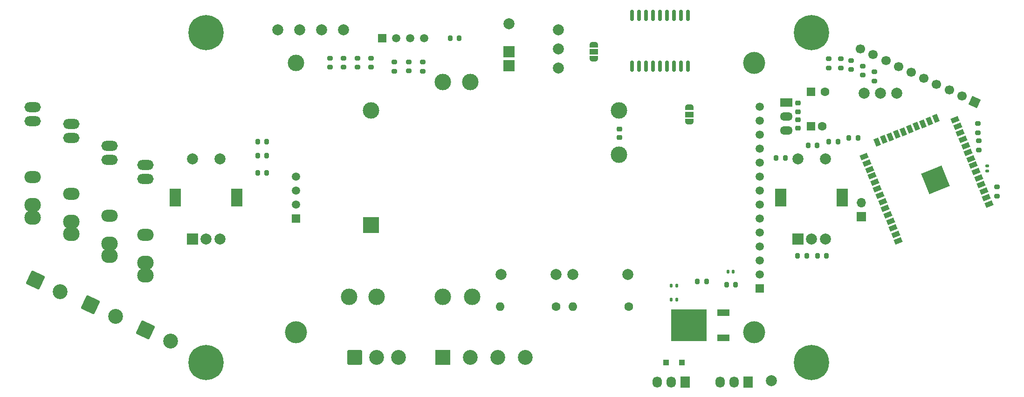
<source format=gbr>
G04 #@! TF.GenerationSoftware,KiCad,Pcbnew,7.0.8-7.0.8~ubuntu22.04.1*
G04 #@! TF.CreationDate,2023-12-01T18:43:59+09:00*
G04 #@! TF.ProjectId,ESP32DUALDIAL,45535033-3244-4554-914c-4449414c2e6b,rev?*
G04 #@! TF.SameCoordinates,Original*
G04 #@! TF.FileFunction,Soldermask,Top*
G04 #@! TF.FilePolarity,Negative*
%FSLAX46Y46*%
G04 Gerber Fmt 4.6, Leading zero omitted, Abs format (unit mm)*
G04 Created by KiCad (PCBNEW 7.0.8-7.0.8~ubuntu22.04.1) date 2023-12-01 18:43:59*
%MOMM*%
%LPD*%
G01*
G04 APERTURE LIST*
G04 Aperture macros list*
%AMRoundRect*
0 Rectangle with rounded corners*
0 $1 Rounding radius*
0 $2 $3 $4 $5 $6 $7 $8 $9 X,Y pos of 4 corners*
0 Add a 4 corners polygon primitive as box body*
4,1,4,$2,$3,$4,$5,$6,$7,$8,$9,$2,$3,0*
0 Add four circle primitives for the rounded corners*
1,1,$1+$1,$2,$3*
1,1,$1+$1,$4,$5*
1,1,$1+$1,$6,$7*
1,1,$1+$1,$8,$9*
0 Add four rect primitives between the rounded corners*
20,1,$1+$1,$2,$3,$4,$5,0*
20,1,$1+$1,$4,$5,$6,$7,0*
20,1,$1+$1,$6,$7,$8,$9,0*
20,1,$1+$1,$8,$9,$2,$3,0*%
%AMHorizOval*
0 Thick line with rounded ends*
0 $1 width*
0 $2 $3 position (X,Y) of the first rounded end (center of the circle)*
0 $4 $5 position (X,Y) of the second rounded end (center of the circle)*
0 Add line between two ends*
20,1,$1,$2,$3,$4,$5,0*
0 Add two circle primitives to create the rounded ends*
1,1,$1,$2,$3*
1,1,$1,$4,$5*%
%AMRotRect*
0 Rectangle, with rotation*
0 The origin of the aperture is its center*
0 $1 length*
0 $2 width*
0 $3 Rotation angle, in degrees counterclockwise*
0 Add horizontal line*
21,1,$1,$2,0,0,$3*%
%AMFreePoly0*
4,1,19,0.550000,-0.750000,0.000000,-0.750000,0.000000,-0.744911,-0.071157,-0.744911,-0.207708,-0.704816,-0.327430,-0.627875,-0.420627,-0.520320,-0.479746,-0.390866,-0.500000,-0.250000,-0.500000,0.250000,-0.479746,0.390866,-0.420627,0.520320,-0.327430,0.627875,-0.207708,0.704816,-0.071157,0.744911,0.000000,0.744911,0.000000,0.750000,0.550000,0.750000,0.550000,-0.750000,0.550000,-0.750000,
$1*%
%AMFreePoly1*
4,1,19,0.000000,0.744911,0.071157,0.744911,0.207708,0.704816,0.327430,0.627875,0.420627,0.520320,0.479746,0.390866,0.500000,0.250000,0.500000,-0.250000,0.479746,-0.390866,0.420627,-0.520320,0.327430,-0.627875,0.207708,-0.704816,0.071157,-0.744911,0.000000,-0.744911,0.000000,-0.750000,-0.550000,-0.750000,-0.550000,0.750000,0.000000,0.750000,0.000000,0.744911,0.000000,0.744911,
$1*%
G04 Aperture macros list end*
%ADD10O,2.300000X1.500000*%
%ADD11R,2.300000X1.500000*%
%ADD12RoundRect,0.225000X0.250000X-0.225000X0.250000X0.225000X-0.250000X0.225000X-0.250000X-0.225000X0*%
%ADD13RoundRect,0.225000X-0.250000X0.225000X-0.250000X-0.225000X0.250000X-0.225000X0.250000X0.225000X0*%
%ADD14C,1.600000*%
%ADD15R,1.600000X1.600000*%
%ADD16RoundRect,0.200000X-0.275000X0.200000X-0.275000X-0.200000X0.275000X-0.200000X0.275000X0.200000X0*%
%ADD17RoundRect,0.140000X0.170000X-0.140000X0.170000X0.140000X-0.170000X0.140000X-0.170000X-0.140000X0*%
%ADD18RoundRect,0.200000X-0.200000X-0.275000X0.200000X-0.275000X0.200000X0.275000X-0.200000X0.275000X0*%
%ADD19R,2.000000X2.000000*%
%ADD20C,2.000000*%
%ADD21R,2.000000X3.200000*%
%ADD22RoundRect,0.200000X0.200000X0.275000X-0.200000X0.275000X-0.200000X-0.275000X0.200000X-0.275000X0*%
%ADD23C,6.400000*%
%ADD24RoundRect,0.140000X-0.140000X-0.170000X0.140000X-0.170000X0.140000X0.170000X-0.140000X0.170000X0*%
%ADD25RoundRect,0.200000X0.275000X-0.200000X0.275000X0.200000X-0.275000X0.200000X-0.275000X-0.200000X0*%
%ADD26FreePoly0,270.000000*%
%ADD27R,1.500000X1.000000*%
%ADD28FreePoly1,270.000000*%
%ADD29RotRect,1.400000X0.900000X202.000000*%
%ADD30RotRect,1.400000X0.900000X292.000000*%
%ADD31RotRect,4.000000X4.000000X202.000000*%
%ADD32RoundRect,0.140000X0.140000X0.170000X-0.140000X0.170000X-0.140000X-0.170000X0.140000X-0.170000X0*%
%ADD33R,1.100000X1.100000*%
%ADD34C,4.000000*%
%ADD35C,3.000000*%
%ADD36R,1.500000X1.500000*%
%ADD37C,1.500000*%
%ADD38R,1.700000X1.700000*%
%ADD39O,1.700000X1.700000*%
%ADD40RoundRect,0.150000X-0.150000X0.875000X-0.150000X-0.875000X0.150000X-0.875000X0.150000X0.875000X0*%
%ADD41R,2.200000X1.200000*%
%ADD42R,6.400000X5.800000*%
%ADD43RotRect,1.700000X1.700000X65.000000*%
%ADD44HorizOval,1.700000X0.000000X0.000000X0.000000X0.000000X0*%
%ADD45R,3.000000X3.000000*%
%ADD46RoundRect,0.250001X-1.099999X-1.099999X1.099999X-1.099999X1.099999X1.099999X-1.099999X1.099999X0*%
%ADD47C,2.700000*%
%ADD48RoundRect,0.250001X-1.461817X-0.532058X0.532058X-1.461817X1.461817X0.532058X-0.532058X1.461817X0*%
%ADD49R,2.700000X2.700000*%
%ADD50R,1.730000X2.030000*%
%ADD51O,1.730000X2.030000*%
%ADD52O,3.000000X2.600000*%
%ADD53O,3.000000X2.200000*%
%ADD54O,3.000000X1.800000*%
%ADD55O,1.600000X1.600000*%
G04 APERTURE END LIST*
D10*
X165400000Y-97800000D03*
X165400000Y-95260000D03*
D11*
X165400000Y-92720000D03*
D12*
X167500000Y-97375000D03*
X167500000Y-95825000D03*
X135100000Y-99075000D03*
X135100000Y-97525000D03*
D13*
X167500000Y-92850000D03*
X167500000Y-94400000D03*
D14*
X171900000Y-97000000D03*
D15*
X169900000Y-97000000D03*
X169900000Y-90800000D03*
D14*
X172400000Y-90800000D03*
D16*
X203700000Y-108075000D03*
X203700000Y-109725000D03*
D17*
X201900000Y-105160000D03*
X201900000Y-104200000D03*
D16*
X200200000Y-96575000D03*
X200200000Y-98225000D03*
X87500000Y-84675000D03*
X87500000Y-86325000D03*
X85000000Y-84675000D03*
X85000000Y-86325000D03*
D18*
X154534000Y-125820000D03*
X156184000Y-125820000D03*
D19*
X167500000Y-117500000D03*
D20*
X172500000Y-117500000D03*
X170000000Y-117500000D03*
D21*
X164400000Y-110000000D03*
X175600000Y-110000000D03*
D20*
X172500000Y-103000000D03*
X167500000Y-103000000D03*
D22*
X106000000Y-81000000D03*
X104350000Y-81000000D03*
D23*
X170000000Y-140000000D03*
X60000000Y-140000000D03*
D24*
X154824000Y-123420000D03*
X155784000Y-123420000D03*
D25*
X200400000Y-101325000D03*
X200400000Y-99675000D03*
D19*
X57500000Y-117500000D03*
D20*
X62500000Y-117500000D03*
X60000000Y-117500000D03*
D21*
X54400000Y-110000000D03*
X65600000Y-110000000D03*
D20*
X62500000Y-103000000D03*
X57500000Y-103000000D03*
D23*
X170000000Y-80000000D03*
X60000000Y-80000000D03*
D26*
X147800000Y-93600000D03*
D27*
X147800000Y-94900000D03*
D28*
X147800000Y-96200000D03*
D29*
X202242664Y-111169747D03*
X201766914Y-109992224D03*
X201291164Y-108814700D03*
X200815413Y-107637177D03*
X200339663Y-106459653D03*
X199863913Y-105282130D03*
X199388162Y-104104606D03*
X198912412Y-102927083D03*
X198436661Y-101749559D03*
X197960911Y-100572036D03*
X197485161Y-99394512D03*
X197009410Y-98216989D03*
X196533660Y-97039465D03*
X196057910Y-95861942D03*
D30*
X192543200Y-95638290D03*
X191365677Y-96114040D03*
X190188153Y-96589790D03*
X189010630Y-97065541D03*
X187833106Y-97541291D03*
X186655583Y-98017042D03*
X185478059Y-98492792D03*
X184300536Y-98968542D03*
X183123012Y-99444293D03*
X181945489Y-99920043D03*
D29*
X179572581Y-102522447D03*
X180048331Y-103699971D03*
X180524081Y-104877494D03*
X180999832Y-106055018D03*
X181475582Y-107232541D03*
X181951333Y-108410065D03*
X182427083Y-109587588D03*
X182902833Y-110765112D03*
X183378584Y-111942635D03*
X183854334Y-113120159D03*
X184330084Y-114297682D03*
X184805835Y-115475206D03*
X185281585Y-116652729D03*
X185757336Y-117830253D03*
D31*
X192498813Y-106780231D03*
D22*
X165225000Y-102800000D03*
X163575000Y-102800000D03*
X71000000Y-105500000D03*
X69350000Y-105500000D03*
X71000000Y-102400000D03*
X69350000Y-102400000D03*
X172725000Y-120600000D03*
X171075000Y-120600000D03*
D24*
X144520000Y-126000000D03*
X145480000Y-126000000D03*
D32*
X145480000Y-128500000D03*
X144520000Y-128500000D03*
D33*
X143600000Y-140000000D03*
X146400000Y-140000000D03*
D34*
X159600000Y-134500000D03*
X159600000Y-85500000D03*
X76300000Y-134500000D03*
D35*
X76300000Y-85500000D03*
D36*
X160600000Y-126501000D03*
D37*
X160600000Y-123961000D03*
X160600000Y-121421000D03*
X160600000Y-118881000D03*
X160600000Y-116341000D03*
X160600000Y-113801000D03*
X160600000Y-111261000D03*
X160600000Y-108721000D03*
X160600000Y-106181000D03*
X160600000Y-103641000D03*
X160600000Y-101101000D03*
X160600000Y-98561000D03*
X160600000Y-96021000D03*
X160600000Y-93481000D03*
D36*
X76300000Y-113801000D03*
D37*
X76300000Y-111261000D03*
X76300000Y-108721000D03*
X76300000Y-106181000D03*
D18*
X69375000Y-99800000D03*
X71025000Y-99800000D03*
D25*
X173100000Y-84775000D03*
X173100000Y-86425000D03*
D16*
X82500000Y-84650000D03*
X82500000Y-86300000D03*
D18*
X169350000Y-100550000D03*
X171000000Y-100550000D03*
D25*
X96800000Y-87000000D03*
X96800000Y-85350000D03*
X99400000Y-87025000D03*
X99400000Y-85375000D03*
D16*
X175300000Y-84775000D03*
X175300000Y-86425000D03*
X179300000Y-86100000D03*
X179300000Y-87750000D03*
X177200000Y-85100000D03*
X177200000Y-86750000D03*
X181400000Y-87150000D03*
X181400000Y-88800000D03*
D18*
X173125000Y-99850000D03*
X174775000Y-99850000D03*
D16*
X90000000Y-84675000D03*
X90000000Y-86325000D03*
D25*
X94200000Y-87025000D03*
X94200000Y-85375000D03*
D18*
X167475000Y-120600000D03*
X169125000Y-120600000D03*
X176775000Y-99200000D03*
X178425000Y-99200000D03*
D38*
X179000000Y-113500000D03*
D39*
X179000000Y-110960000D03*
D20*
X179500000Y-91000000D03*
X182500000Y-91000000D03*
X185500000Y-91000000D03*
X124000000Y-83000000D03*
X124000000Y-86500000D03*
D35*
X103000000Y-89000000D03*
D20*
X162700000Y-143300000D03*
X73000000Y-79500000D03*
X77000000Y-79500000D03*
X81000000Y-79500000D03*
X85000000Y-79500000D03*
D35*
X108000000Y-89000000D03*
D18*
X149250000Y-125250000D03*
X150900000Y-125250000D03*
D20*
X124000000Y-79500000D03*
D26*
X130400000Y-82200000D03*
D27*
X130400000Y-83500000D03*
D28*
X130400000Y-84800000D03*
D40*
X147580000Y-76850000D03*
X146310000Y-76850000D03*
X145040000Y-76850000D03*
X143770000Y-76850000D03*
X142500000Y-76850000D03*
X141230000Y-76850000D03*
X139960000Y-76850000D03*
X138690000Y-76850000D03*
X137420000Y-76850000D03*
X137420000Y-86150000D03*
X138690000Y-86150000D03*
X139960000Y-86150000D03*
X141230000Y-86150000D03*
X142500000Y-86150000D03*
X143770000Y-86150000D03*
X145040000Y-86150000D03*
X146310000Y-86150000D03*
X147580000Y-86150000D03*
D41*
X154000000Y-135480000D03*
D42*
X147700000Y-133200000D03*
D41*
X154000000Y-130920000D03*
D43*
X199604044Y-92612543D03*
D44*
X197302022Y-91539093D03*
X195000000Y-90465642D03*
X192697979Y-89392192D03*
X190395957Y-88318741D03*
X188093935Y-87245291D03*
X185791913Y-86171841D03*
X183489892Y-85098390D03*
X181187870Y-84024940D03*
X178885848Y-82951490D03*
D36*
X92000000Y-81000000D03*
D37*
X94540000Y-81000000D03*
X97080000Y-81000000D03*
X99620000Y-81000000D03*
D45*
X90000000Y-115000000D03*
D35*
X90000000Y-94200000D03*
X135000000Y-94200000D03*
X135000000Y-102200000D03*
X86000000Y-128000000D03*
X91000000Y-128000000D03*
X103000000Y-128000000D03*
X108300000Y-128000000D03*
D46*
X87000000Y-139000000D03*
D47*
X90960000Y-139000000D03*
X94920000Y-139000000D03*
D48*
X49000000Y-134000000D03*
D47*
X53531539Y-136113091D03*
D49*
X103000000Y-139000000D03*
D47*
X108000000Y-139000000D03*
X113000000Y-139000000D03*
X118000000Y-139000000D03*
D48*
X39000000Y-129500000D03*
D47*
X43531539Y-131613091D03*
D48*
X29000000Y-125000000D03*
D47*
X33531539Y-127113091D03*
D50*
X158500000Y-143500000D03*
D51*
X155960000Y-143500000D03*
X153420000Y-143500000D03*
D50*
X147000000Y-143500000D03*
D51*
X144460000Y-143500000D03*
X141920000Y-143500000D03*
D19*
X115000000Y-86000000D03*
X115000000Y-83500000D03*
D20*
X115000000Y-78400000D03*
D52*
X42500000Y-120600000D03*
X42500000Y-118380000D03*
D53*
X42500000Y-113300000D03*
D54*
X42500000Y-103140000D03*
X42500000Y-100600000D03*
D52*
X35500000Y-116600000D03*
X35500000Y-114380000D03*
D53*
X35500000Y-109300000D03*
D54*
X35500000Y-99140000D03*
X35500000Y-96600000D03*
D52*
X28500000Y-113600000D03*
X28500000Y-111380000D03*
D53*
X28500000Y-106300000D03*
D54*
X28500000Y-96140000D03*
X28500000Y-93600000D03*
D52*
X49000000Y-124100000D03*
X49000000Y-121880000D03*
D53*
X49000000Y-116800000D03*
D54*
X49000000Y-106640000D03*
X49000000Y-104100000D03*
D20*
X136600000Y-124000000D03*
X126600000Y-124000000D03*
D14*
X136760000Y-129800000D03*
D55*
X126600000Y-129800000D03*
D20*
X123600000Y-124000000D03*
X113600000Y-124000000D03*
D14*
X123600000Y-129800000D03*
D55*
X113440000Y-129800000D03*
M02*

</source>
